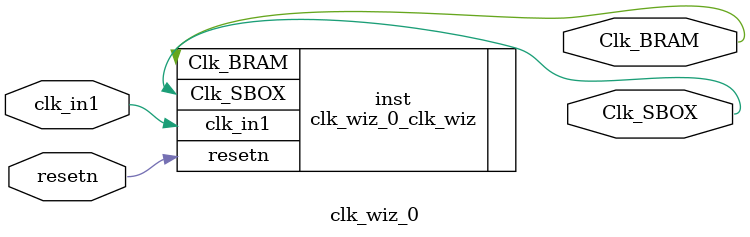
<source format=v>


`timescale 1ps/1ps

(* CORE_GENERATION_INFO = "clk_wiz_0,clk_wiz_v5_3_2_0,{component_name=clk_wiz_0,use_phase_alignment=true,use_min_o_jitter=false,use_max_i_jitter=false,use_dyn_phase_shift=false,use_inclk_switchover=false,use_dyn_reconfig=false,enable_axi=0,feedback_source=FDBK_AUTO,PRIMITIVE=MMCM,num_out_clk=2,clkin1_period=10.0,clkin2_period=10.0,use_power_down=false,use_reset=true,use_locked=false,use_inclk_stopped=false,feedback_type=SINGLE,CLOCK_MGR_TYPE=NA,manual_override=false}" *)

module clk_wiz_0 
 (
  // Clock out ports
  output        Clk_BRAM,
  output        Clk_SBOX,
  // Status and control signals
  input         resetn,
 // Clock in ports
  input         clk_in1
 );

  clk_wiz_0_clk_wiz inst
  (
  // Clock out ports  
  .Clk_BRAM(Clk_BRAM),
  .Clk_SBOX(Clk_SBOX),
  // Status and control signals               
  .resetn(resetn), 
 // Clock in ports
  .clk_in1(clk_in1)
  );

endmodule

</source>
